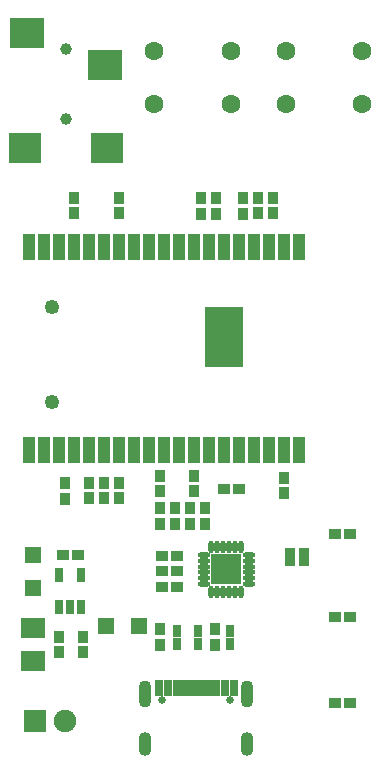
<source format=gbr>
G04 DipTrace 3.3.1.3*
G04 TopMask.gbr*
%MOMM*%
G04 #@! TF.FileFunction,Soldermask,Top*
G04 #@! TF.Part,Single*
%ADD41C,1.0*%
%ADD61C,0.65*%
%ADD62C,1.25*%
%ADD69R,0.8X1.3*%
%ADD71R,2.65X2.65*%
%ADD73O,1.05X0.5*%
%ADD75O,0.5X1.05*%
%ADD77R,3.2X5.2*%
%ADD79R,1.1X2.2*%
%ADD85C,1.6*%
%ADD87R,0.87X0.5*%
%ADD89C,1.9*%
%ADD91R,1.9X1.9*%
%ADD99R,2.7X2.6*%
%ADD101R,3.0X2.6*%
%ADD103O,1.1X2.3*%
%ADD105O,1.1X2.0*%
%ADD107R,0.8X1.34*%
%ADD109R,0.5X1.34*%
%ADD111R,1.4X1.4*%
%ADD113R,0.8X1.0*%
%ADD115R,2.0X1.8*%
%ADD117R,1.1X0.9*%
%ADD119R,0.9X1.1*%
%FSLAX35Y35*%
G04*
G71*
G90*
G75*
G01*
G04 TopMask*
%LPD*%
D119*
X3286567Y5620188D3*
Y5750188D3*
X3159567Y5620188D3*
Y5750188D3*
X2714821Y2991711D3*
Y3121711D3*
X2587821Y2991711D3*
Y3121711D3*
X2460821Y2991711D3*
Y3121711D3*
X2333821Y2991711D3*
Y3121711D3*
X1476817Y2032438D3*
Y1902438D3*
D117*
X1508567Y2730938D3*
X1638567D3*
D115*
X1254564Y2111811D3*
Y1831811D3*
D117*
X3810441Y2905564D3*
X3940441D3*
X3810691Y2200564D3*
X3940691D3*
X3810441Y1470314D3*
X3940441D3*
D113*
X2650024Y1976021D3*
Y2086021D3*
X2475397Y1976021D3*
Y2086021D3*
X2927017Y1976021D3*
Y2086021D3*
D111*
X1873691Y2127688D3*
X2153691D3*
X1254567Y2445188D3*
Y2725188D3*
D109*
X2464627Y1603812D3*
X2514627D3*
X2564627D3*
X2614627D3*
X2664627D3*
X2714627D3*
X2764627D3*
X2814627D3*
D107*
X2879627D3*
X2959627D3*
X2319627D3*
X2399627D3*
D105*
X2207627Y1128812D3*
X3071627D3*
D103*
X2207627Y1546812D3*
X3071627D3*
D61*
X2350627Y1496812D3*
X2928627D3*
D101*
X1204361Y7144188D3*
D99*
X1189361Y6174188D3*
D101*
X1864361Y6874188D3*
D99*
X1879361Y6174188D3*
D41*
X1534361Y7014188D3*
Y6414188D3*
D62*
X1414141Y4023761D3*
Y4822461D3*
D91*
X1270441Y1318061D3*
D89*
X1524441D3*
D87*
X3429441Y2762689D3*
Y2712689D3*
Y2662689D3*
X3554441D3*
Y2712689D3*
Y2762689D3*
D119*
X1984841Y5750188D3*
Y5620188D3*
X2683317Y5747188D3*
Y5617188D3*
X2810317Y5747188D3*
Y5617188D3*
X3032567Y5747188D3*
Y5617188D3*
X1857817Y3207188D3*
Y3337188D3*
D117*
X2873817Y3286564D3*
X3003817D3*
X2476697Y2594831D3*
X2346697D3*
X2476697Y2451958D3*
X2346697D3*
D119*
X1730814Y3207188D3*
Y3337188D3*
D117*
X2476694Y2721831D3*
X2346694D3*
D119*
X1603841Y5750188D3*
Y5620188D3*
X2796597Y2097151D3*
Y1967151D3*
X2331941Y2096931D3*
Y1966931D3*
X1984814Y3207188D3*
Y3337188D3*
X1524441Y3334188D3*
Y3204188D3*
X2619817Y3397688D3*
Y3267688D3*
X3381814Y3381814D3*
Y3251814D3*
X2334067Y3397688D3*
Y3267688D3*
X1683191Y2032438D3*
Y1902438D3*
D85*
X2283861Y6546614D3*
X2933861D3*
Y6996614D3*
X2283861D3*
X3395111Y6546614D3*
X4045111D3*
Y6996614D3*
X3395111D3*
D79*
X3506647Y5337291D3*
X3379647Y5338291D3*
X3252647D3*
X3125647D3*
X2998647D3*
X2871647D3*
X2744647D3*
X2617647D3*
X2490647D3*
X2363647D3*
X2236647D3*
X2109647D3*
X1982647D3*
X1855647D3*
X1856614Y3616084D3*
X1983614D3*
X2110614D3*
X2237611D3*
X2364614D3*
X1221614D3*
X1348614D3*
X1475614D3*
X1602614D3*
X1729614D3*
X2490747Y3616091D3*
X2617747D3*
X2744747D3*
X2871747D3*
X2998747D3*
X3125747D3*
X3252747D3*
X3379747D3*
X3506747D3*
D77*
X2876447Y4575291D3*
D79*
X1729511Y5338281D3*
X1602511D3*
X1475511D3*
X1348511D3*
X1221511D3*
D75*
X3016691Y2794437D3*
X2966691D3*
X2916691D3*
X2866691D3*
X2816691D3*
X2766691D3*
D73*
X2701691Y2729437D3*
Y2679437D3*
Y2629437D3*
Y2579437D3*
Y2529437D3*
Y2479437D3*
D75*
X2766691Y2414437D3*
X2816691D3*
X2866691D3*
X2916691D3*
X2966691D3*
X3016691D3*
D73*
X3081691Y2479437D3*
Y2529437D3*
Y2579437D3*
Y2629437D3*
Y2679437D3*
Y2729437D3*
D71*
X2891691Y2604437D3*
D69*
X1476817Y2286434D3*
X1571817D3*
X1666817D3*
Y2556434D3*
X1476817D3*
M02*

</source>
